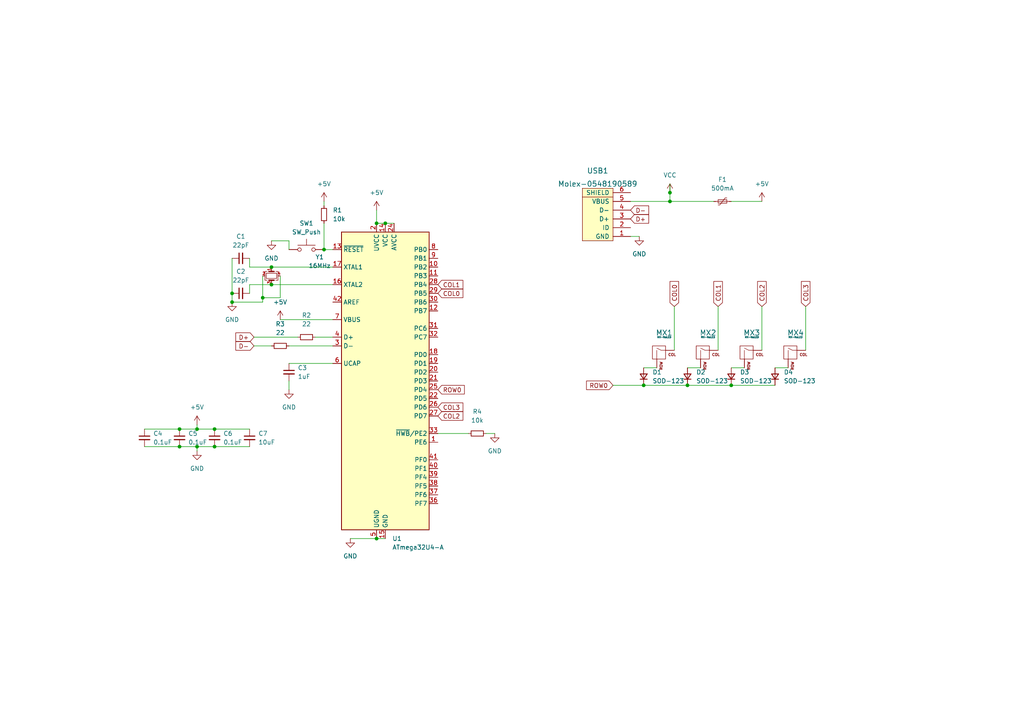
<source format=kicad_sch>
(kicad_sch (version 20211123) (generator eeschema)
  (paper "A4")
  (lib_symbols
    (symbol "Device:C_Small" (pin_numbers hide) (pin_names (offset 0.254) hide)
      (property "Reference" "C" (at 0.254 1.778 0))
      (property "Value" "C_Small" (at 0.254 -2.032 0))
      (symbol "C_Small_0_1"
        (polyline (pts (xy -1.524 -0.508) (xy 1.524 -0.508)) (stroke (width 0.3302)))
        (polyline (pts (xy -1.524 0.508) (xy 1.524 0.508)) (stroke (width 0.3048)))
      )
      (symbol "C_Small_1_1"
        (pin passive line (at 0 2.54 270) (length 2.032) (name "~") (number "1"))
        (pin passive line (at 0 -2.54 90) (length 2.032) (name "~") (number "2"))
      )
    )
    (symbol "Device:Crystal_GND24_Small" (pin_names (offset 1.016) hide)
      (property "Reference" "Y" (at 1.27 4.445 0))
      (property "Value" "Crystal_GND24_Small" (at 1.27 2.54 0))
      (symbol "Crystal_GND24_Small_0_1"
        (rectangle (start -0.762 -1.524) (end 0.762 1.524))
        (polyline (pts (xy -1.27 -0.762) (xy -1.27 0.762)) (stroke (width 0.381)))
        (polyline (pts (xy 1.27 -0.762) (xy 1.27 0.762)) (stroke (width 0.381)))
        (polyline (pts (xy -1.27 -1.27) (xy -1.27 -1.905) (xy 1.27 -1.905) (xy 1.27 -1.27)))
        (polyline (pts (xy -1.27 1.27) (xy -1.27 1.905) (xy 1.27 1.905) (xy 1.27 1.27)))
      )
      (symbol "Crystal_GND24_Small_1_1"
        (pin passive line (at -2.54 0 0) (length 1.27) (name "1") (number "1"))
        (pin passive line (at 0 -2.54 90) (length 0.635) (name "2") (number "2"))
        (pin passive line (at 2.54 0 180) (length 1.27) (name "3") (number "3"))
        (pin passive line (at 0 2.54 270) (length 0.635) (name "4") (number "4"))
      )
    )
    (symbol "Device:D_Small" (pin_numbers hide) (pin_names (offset 0.254) hide)
      (property "Reference" "D" (at -1.27 2.032 0))
      (property "Value" "D_Small" (at -3.81 -2.032 0))
      (symbol "D_Small_0_1"
        (polyline (pts (xy -0.762 -1.016) (xy -0.762 1.016)) (stroke (width 0.254)))
        (polyline (pts (xy -0.762 0) (xy 0.762 0)))
        (polyline (pts (xy 0.762 -1.016) (xy -0.762 0) (xy 0.762 1.016) (xy 0.762 -1.016)) (stroke (width 0.254)))
      )
      (symbol "D_Small_1_1"
        (pin passive line (at -2.54 0 0) (length 1.778) (name "K") (number "1"))
        (pin passive line (at 2.54 0 180) (length 1.778) (name "A") (number "2"))
      )
    )
    (symbol "Device:Polyfuse_Small" (pin_numbers hide) (pin_names (offset 0))
      (property "Reference" "F" (at -1.905 0 90))
      (property "Value" "Polyfuse_Small" (at 1.905 0 90))
      (symbol "Polyfuse_Small_0_1"
        (rectangle (start -0.508 1.27) (end 0.508 -1.27))
        (polyline (pts (xy 0 2.54) (xy 0 -2.54)))
        (polyline (pts (xy -1.016 1.27) (xy -1.016 0.762) (xy 1.016 -0.762) (xy 1.016 -1.27)))
      )
      (symbol "Polyfuse_Small_1_1"
        (pin passive line (at 0 2.54 270) (length 0.635) (name "~") (number "1"))
        (pin passive line (at 0 -2.54 90) (length 0.635) (name "~") (number "2"))
      )
    )
    (symbol "Device:R_Small" (pin_numbers hide) (pin_names (offset 0.254) hide)
      (property "Reference" "R" (at 0.762 0.508 0))
      (property "Value" "R_Small" (at 0.762 -1.016 0))
      (symbol "R_Small_0_1"
        (rectangle (start -0.762 1.778) (end 0.762 -1.778) (stroke (width 0.2032)))
      )
      (symbol "R_Small_1_1"
        (pin passive line (at 0 2.54 270) (length 0.762) (name "~") (number "1"))
        (pin passive line (at 0 -2.54 90) (length 0.762) (name "~") (number "2"))
      )
    )
    (symbol "MCU_Microchip_ATmega:ATmega32U4-A"
      (property "Reference" "U" (at -12.7 44.45 0))
      (property "Value" "ATmega32U4-A" (at 2.54 -44.45 0))
      (symbol "ATmega32U4-A_0_1"
        (rectangle (start -12.7 -43.18) (end 12.7 43.18) (stroke (width 0.254)) (fill (type background)))
      )
      (symbol "ATmega32U4-A_1_1"
        (pin bidirectional line (at 15.24 -17.78 180) (length 2.54) (name "PE6") (number "1"))
        (pin bidirectional line (at 15.24 33.02 180) (length 2.54) (name "PB2") (number "10"))
        (pin bidirectional line (at 15.24 30.48 180) (length 2.54) (name "PB3") (number "11"))
        (pin bidirectional line (at 15.24 20.32 180) (length 2.54) (name "PB7") (number "12"))
        (pin input line (at -15.24 38.1 0) (length 2.54) (name "~{RESET}") (number "13"))
        (pin power_in line (at 0 45.72 270) (length 2.54) (name "VCC") (number "14"))
        (pin power_in line (at 0 -45.72 90) (length 2.54) (name "GND") (number "15"))
        (pin output line (at -15.24 27.94 0) (length 2.54) (name "XTAL2") (number "16"))
        (pin input line (at -15.24 33.02 0) (length 2.54) (name "XTAL1") (number "17"))
        (pin bidirectional line (at 15.24 7.62 180) (length 2.54) (name "PD0") (number "18"))
        (pin bidirectional line (at 15.24 5.08 180) (length 2.54) (name "PD1") (number "19"))
        (pin power_in line (at -2.54 45.72 270) (length 2.54) (name "UVCC") (number "2"))
        (pin bidirectional line (at 15.24 2.54 180) (length 2.54) (name "PD2") (number "20"))
        (pin bidirectional line (at 15.24 0 180) (length 2.54) (name "PD3") (number "21"))
        (pin bidirectional line (at 15.24 -5.08 180) (length 2.54) (name "PD5") (number "22"))
        (pin passive line (at 0 -45.72 90) (length 2.54) hide (name "GND") (number "23"))
        (pin power_in line (at 2.54 45.72 270) (length 2.54) (name "AVCC") (number "24"))
        (pin bidirectional line (at 15.24 -2.54 180) (length 2.54) (name "PD4") (number "25"))
        (pin bidirectional line (at 15.24 -7.62 180) (length 2.54) (name "PD6") (number "26"))
        (pin bidirectional line (at 15.24 -10.16 180) (length 2.54) (name "PD7") (number "27"))
        (pin bidirectional line (at 15.24 27.94 180) (length 2.54) (name "PB4") (number "28"))
        (pin bidirectional line (at 15.24 25.4 180) (length 2.54) (name "PB5") (number "29"))
        (pin bidirectional line (at -15.24 10.16 0) (length 2.54) (name "D-") (number "3"))
        (pin bidirectional line (at 15.24 22.86 180) (length 2.54) (name "PB6") (number "30"))
        (pin bidirectional line (at 15.24 15.24 180) (length 2.54) (name "PC6") (number "31"))
        (pin bidirectional line (at 15.24 12.7 180) (length 2.54) (name "PC7") (number "32"))
        (pin bidirectional line (at 15.24 -15.24 180) (length 2.54) (name "~{HWB}/PE2") (number "33"))
        (pin passive line (at 0 45.72 270) (length 2.54) hide (name "VCC") (number "34"))
        (pin passive line (at 0 -45.72 90) (length 2.54) hide (name "GND") (number "35"))
        (pin bidirectional line (at 15.24 -35.56 180) (length 2.54) (name "PF7") (number "36"))
        (pin bidirectional line (at 15.24 -33.02 180) (length 2.54) (name "PF6") (number "37"))
        (pin bidirectional line (at 15.24 -30.48 180) (length 2.54) (name "PF5") (number "38"))
        (pin bidirectional line (at 15.24 -27.94 180) (length 2.54) (name "PF4") (number "39"))
        (pin bidirectional line (at -15.24 12.7 0) (length 2.54) (name "D+") (number "4"))
        (pin bidirectional line (at 15.24 -25.4 180) (length 2.54) (name "PF1") (number "40"))
        (pin bidirectional line (at 15.24 -22.86 180) (length 2.54) (name "PF0") (number "41"))
        (pin passive line (at -15.24 22.86 0) (length 2.54) (name "AREF") (number "42"))
        (pin passive line (at 0 -45.72 90) (length 2.54) hide (name "GND") (number "43"))
        (pin passive line (at 2.54 45.72 270) (length 2.54) hide (name "AVCC") (number "44"))
        (pin passive line (at -2.54 -45.72 90) (length 2.54) (name "UGND") (number "5"))
        (pin passive line (at -15.24 5.08 0) (length 2.54) (name "UCAP") (number "6"))
        (pin input line (at -15.24 17.78 0) (length 2.54) (name "VBUS") (number "7"))
        (pin bidirectional line (at 15.24 38.1 180) (length 2.54) (name "PB0") (number "8"))
        (pin bidirectional line (at 15.24 35.56 180) (length 2.54) (name "PB1") (number "9"))
      )
    )
    (symbol "MX_Alps_Hybrid:MX-NoLED" (pin_names (offset 1.016))
      (property "Reference" "MX" (at -0.635 3.81 0))
      (property "Value" "MX-NoLED" (at -0.635 1.27 0))
      (symbol "MX-NoLED_0_0"
        (rectangle (start -2.54 2.54) (end 1.27 -1.27))
        (polyline (pts (xy -1.27 -1.27) (xy -1.27 1.27)) (stroke (width 0.127)))
        (polyline (pts (xy 1.27 1.27) (xy 0 1.27) (xy -1.27 1.905)) (stroke (width 0.127)))
        (text "COL" (at 3.175 0 0) (effects (font (size 0.762 0.762))))
        (text "ROW" (at 0 -1.905 900) (effects (font (size 0.762 0.762)) (justify right)))
      )
      (symbol "MX-NoLED_1_1"
        (pin passive line (at 3.81 1.27 180) (length 2.54) (name "COL") (number "1"))
        (pin passive line (at -1.27 -3.81 90) (length 2.54) (name "ROW") (number "2"))
      )
    )
    (symbol "Switch:SW_Push" (pin_numbers hide) (pin_names (offset 1.016) hide)
      (property "Reference" "SW" (at 1.27 2.54 0))
      (property "Value" "SW_Push" (at 0 -1.524 0))
      (symbol "SW_Push_0_1"
        (circle (center -2.032 0) (radius 0.508))
        (polyline (pts (xy 0 1.27) (xy 0 3.048)))
        (polyline (pts (xy 2.54 1.27) (xy -2.54 1.27)))
        (circle (center 2.032 0) (radius 0.508))
        (pin passive line (at -5.08 0 0) (length 2.54) (name "1") (number "1"))
        (pin passive line (at 5.08 0 180) (length 2.54) (name "2") (number "2"))
      )
    )
    (symbol "power:+5V" (power) (pin_names (offset 0))
      (property "Value" "+5V" (at 0 3.556 0))
      (symbol "+5V_0_1"
        (polyline (pts (xy -0.762 1.27) (xy 0 2.54)))
        (polyline (pts (xy 0 0) (xy 0 2.54)))
        (polyline (pts (xy 0 2.54) (xy 0.762 1.27)))
      )
      (symbol "+5V_1_1"
        (pin power_in line (at 0 0 90) (length 0) hide (name "+5V") (number "1"))
      )
    )
    (symbol "power:GND" (power) (pin_names (offset 0))
      (property "Value" "GND" (at 0 -3.81 0))
      (symbol "GND_0_1"
        (polyline (pts (xy 0 0) (xy 0 -1.27) (xy 1.27 -1.27) (xy 0 -2.54) (xy -1.27 -1.27) (xy 0 -1.27)))
      )
      (symbol "GND_1_1"
        (pin power_in line (at 0 0 270) (length 0) hide (name "GND") (number "1"))
      )
    )
    (symbol "power:VCC" (power) (pin_names (offset 0))
      (property "Value" "VCC" (at 0 3.81 0))
      (symbol "VCC_0_1"
        (polyline (pts (xy -0.762 1.27) (xy 0 2.54)))
        (polyline (pts (xy 0 0) (xy 0 2.54)))
        (polyline (pts (xy 0 2.54) (xy 0.762 1.27)))
      )
      (symbol "VCC_1_1"
        (pin power_in line (at 0 0 90) (length 0) hide (name "VCC") (number "1"))
      )
    )
    (symbol "random-keyboard-parts:Molex-0548190589" (pin_names (offset 1.016))
      (property "Reference" "USB" (at 0 7.62 0))
      (property "Value" "Molex-0548190589" (at 0 10.16 0))
      (symbol "Molex-0548190589_0_0"
        (polyline (pts (xy 6.35 -2.54) (xy 6.35 6.35)))
        (rectangle (start 8.89 -2.54) (end -6.35 6.35) (fill (type background)))
      )
      (symbol "Molex-0548190589_1_1"
        (pin input line (at -5.08 -7.62 90) (length 5.08) (name "GND") (number "1"))
        (pin input line (at -2.54 -7.62 90) (length 5.08) (name "ID") (number "2"))
        (pin input line (at 0 -7.62 90) (length 5.08) (name "D+") (number "3"))
        (pin input line (at 2.54 -7.62 90) (length 5.08) (name "D-") (number "4"))
        (pin input line (at 5.08 -7.62 90) (length 5.08) (name "VBUS") (number "5"))
        (pin input line (at 7.62 -7.62 90) (length 5.08) (name "SHIELD") (number "6"))
      )
    )
  )
  (junction (at 212.09 111.76))
  (junction (at 67.31 85.09))
  (junction (at 109.22 156.21))
  (junction (at 109.22 64.77))
  (junction (at 76.2 86.36))
  (junction (at 57.15 129.54))
  (junction (at 67.31 87.63))
  (junction (at 52.07 129.54))
  (junction (at 194.31 58.42))
  (junction (at 186.69 111.76))
  (junction (at 199.39 111.76))
  (junction (at 52.07 124.46))
  (junction (at 78.74 77.47))
  (junction (at 57.15 124.46))
  (junction (at 62.23 124.46))
  (junction (at 111.76 64.77))
  (junction (at 93.98 72.39))
  (junction (at 194.31 55.88))
  (junction (at 78.74 82.55))
  (junction (at 62.23 129.54))
  (wire (pts (xy 57.15 123.19) (xy 57.15 124.46)))
  (wire (pts (xy 212.09 58.42) (xy 220.98 58.42)))
  (wire (pts (xy 194.31 58.42) (xy 207.01 58.42)))
  (wire (pts (xy 62.23 124.46) (xy 72.39 124.46)))
  (wire (pts (xy 194.31 55.88) (xy 194.31 58.42)))
  (wire (pts (xy 212.09 111.76) (xy 224.79 111.76)))
  (wire (pts (xy 233.68 88.9) (xy 233.68 101.6)))
  (wire (pts (xy 109.22 64.77) (xy 111.76 64.77)))
  (wire (pts (xy 212.09 106.68) (xy 215.9 106.68)))
  (wire (pts (xy 41.91 129.54) (xy 52.07 129.54)))
  (wire (pts (xy 93.98 58.42) (xy 93.98 59.69)))
  (wire (pts (xy 186.69 106.68) (xy 190.5 106.68)))
  (wire (pts (xy 78.74 77.47) (xy 96.52 77.47)))
  (wire (pts (xy 67.31 85.09) (xy 67.31 87.63)))
  (wire (pts (xy 195.58 88.9) (xy 195.58 101.6)))
  (wire (pts (xy 52.07 129.54) (xy 57.15 129.54)))
  (wire (pts (xy 208.28 88.9) (xy 208.28 101.6)))
  (wire (pts (xy 199.39 106.68) (xy 203.2 106.68)))
  (wire (pts (xy 76.2 87.63) (xy 67.31 87.63)))
  (wire (pts (xy 177.8 111.76) (xy 186.69 111.76)))
  (wire (pts (xy 182.88 68.58) (xy 185.42 68.58)))
  (wire (pts (xy 83.82 69.85) (xy 83.82 72.39)))
  (wire (pts (xy 91.44 97.79) (xy 96.52 97.79)))
  (wire (pts (xy 62.23 129.54) (xy 72.39 129.54)))
  (wire (pts (xy 72.39 77.47) (xy 78.74 77.47)))
  (wire (pts (xy 83.82 105.41) (xy 96.52 105.41)))
  (wire (pts (xy 83.82 100.33) (xy 96.52 100.33)))
  (wire (pts (xy 67.31 74.93) (xy 67.31 85.09)))
  (wire (pts (xy 72.39 85.09) (xy 72.39 82.55)))
  (wire (pts (xy 182.88 58.42) (xy 194.31 58.42)))
  (wire (pts (xy 73.66 100.33) (xy 78.74 100.33)))
  (wire (pts (xy 57.15 129.54) (xy 62.23 129.54)))
  (wire (pts (xy 81.28 86.36) (xy 81.28 80.01)))
  (wire (pts (xy 83.82 110.49) (xy 83.82 113.03)))
  (wire (pts (xy 81.28 92.71) (xy 96.52 92.71)))
  (wire (pts (xy 111.76 64.77) (xy 114.3 64.77)))
  (wire (pts (xy 76.2 86.36) (xy 76.2 87.63)))
  (wire (pts (xy 41.91 124.46) (xy 52.07 124.46)))
  (wire (pts (xy 194.31 53.34) (xy 194.31 55.88)))
  (wire (pts (xy 93.98 72.39) (xy 96.52 72.39)))
  (wire (pts (xy 220.98 88.9) (xy 220.98 101.6)))
  (wire (pts (xy 109.22 156.21) (xy 111.76 156.21)))
  (wire (pts (xy 72.39 74.93) (xy 72.39 77.47)))
  (wire (pts (xy 186.69 111.76) (xy 199.39 111.76)))
  (wire (pts (xy 78.74 82.55) (xy 96.52 82.55)))
  (wire (pts (xy 224.79 106.68) (xy 228.6 106.68)))
  (wire (pts (xy 127 125.73) (xy 135.89 125.73)))
  (wire (pts (xy 76.2 80.01) (xy 76.2 86.36)))
  (wire (pts (xy 72.39 82.55) (xy 78.74 82.55)))
  (wire (pts (xy 52.07 124.46) (xy 57.15 124.46)))
  (wire (pts (xy 73.66 97.79) (xy 86.36 97.79)))
  (wire (pts (xy 76.2 86.36) (xy 81.28 86.36)))
  (wire (pts (xy 57.15 129.54) (xy 57.15 130.81)))
  (wire (pts (xy 57.15 124.46) (xy 62.23 124.46)))
  (wire (pts (xy 199.39 111.76) (xy 212.09 111.76)))
  (wire (pts (xy 140.97 125.73) (xy 143.51 125.73)))
  (wire (pts (xy 109.22 60.96) (xy 109.22 64.77)))
  (wire (pts (xy 78.74 69.85) (xy 83.82 69.85)))
  (wire (pts (xy 101.6 156.21) (xy 109.22 156.21)))
  (wire (pts (xy 93.98 64.77) (xy 93.98 72.39)))
  (global_label "COL1" (shape input) (at 127 82.55 0) (property "Intersheet References" "${INTERSHEET_REFS}" (effects hide)))
  (global_label "D-" (shape input) (at 73.66 100.33 180) (property "Intersheet References" "${INTERSHEET_REFS}" (effects hide)))
  (global_label "D+" (shape input) (at 182.88 63.5 0) (property "Intersheet References" "${INTERSHEET_REFS}" (effects hide)))
  (global_label "COL1" (shape input) (at 208.28 88.9 90) (property "Intersheet References" "${INTERSHEET_REFS}" (effects hide)))
  (global_label "ROW0" (shape input) (at 177.8 111.76 180) (property "Intersheet References" "${INTERSHEET_REFS}" (effects hide)))
  (global_label "COL3" (shape input) (at 233.68 88.9 90) (property "Intersheet References" "${INTERSHEET_REFS}" (effects hide)))
  (global_label "ROW0" (shape input) (at 127 113.03 0) (property "Intersheet References" "${INTERSHEET_REFS}" (effects hide)))
  (global_label "COL0" (shape input) (at 127 85.09 0) (property "Intersheet References" "${INTERSHEET_REFS}" (effects hide)))
  (global_label "D+" (shape input) (at 73.66 97.79 180) (property "Intersheet References" "${INTERSHEET_REFS}" (effects hide)))
  (global_label "COL2" (shape input) (at 127 120.65 0) (property "Intersheet References" "${INTERSHEET_REFS}" (effects hide)))
  (global_label "COL0" (shape input) (at 195.58 88.9 90) (property "Intersheet References" "${INTERSHEET_REFS}" (effects hide)))
  (global_label "D-" (shape input) (at 182.88 60.96 0) (property "Intersheet References" "${INTERSHEET_REFS}" (effects hide)))
  (global_label "COL3" (shape input) (at 127 118.11 0) (property "Intersheet References" "${INTERSHEET_REFS}" (effects hide)))
  (global_label "COL2" (shape input) (at 220.98 88.9 90) (property "Intersheet References" "${INTERSHEET_REFS}" (effects hide)))
  (symbol (lib_id "power:GND") (at 57.15 130.81 0) (unit 1)
    (property "Reference" "#PWR012" (effects hide))
    (property "Value" "GND" (at 57.15 135.89 0))
  )
  (symbol (lib_id "random-keyboard-parts:Molex-0548190589") (at 175.26 63.5 90) (unit 1)
    (property "Reference" "USB1" (at 173.355 49.53 90) (effects (font (size 1.524 1.524))))
    (property "Value" "Molex-0548190589" (at 173.355 53.34 90) (effects (font (size 1.524 1.524))))
    (property "Footprint" "random-keyboard-parts:Molex-0548190589" (effects hide))
  )
  (symbol (lib_id "Device:D_Small") (at 186.69 109.22 90) (unit 1)
    (property "Reference" "D1" (at 189.23 107.9499 90) (effects (justify right)))
    (property "Value" "SOD-123" (at 189.23 110.4899 90) (effects (justify right)))
    (property "Footprint" "Diode_SMD:D_SOD-123" (effects hide))
  )
  (symbol (lib_id "Device:C_Small") (at 72.39 127 0) (unit 1)
    (property "Reference" "C7" (at 74.93 125.7362 0) (effects (justify left)))
    (property "Value" "10uF" (at 74.93 128.2762 0) (effects (justify left)))
    (property "Footprint" "Capacitor_SMD:C_0805_2012Metric" (effects hide))
  )
  (symbol (lib_id "power:GND") (at 67.31 87.63 0) (unit 1)
    (property "Reference" "#PWR07" (effects hide))
    (property "Value" "GND" (at 67.31 92.71 0))
  )
  (symbol (lib_id "Device:C_Small") (at 83.82 107.95 0) (unit 1)
    (property "Reference" "C3" (at 86.36 106.6862 0) (effects (justify left)))
    (property "Value" "1uF" (at 86.36 109.2262 0) (effects (justify left)))
    (property "Footprint" "Capacitor_SMD:C_0805_2012Metric" (effects hide))
  )
  (symbol (lib_id "MX_Alps_Hybrid:MX-NoLED") (at 229.87 102.87 0) (unit 1)
    (property "Reference" "MX4" (at 230.7556 96.52 0) (effects (font (size 1.524 1.524))))
    (property "Value" "MX-NoLED" (at 230.7556 97.79 0) (effects (font (size 0.508 0.508))))
    (property "Footprint" "MX_Only:MXOnly-1U-NoLED" (effects hide))
  )
  (symbol (lib_id "Device:Polyfuse_Small") (at 209.55 58.42 90) (unit 1)
    (property "Reference" "F1" (at 209.55 52.07 90))
    (property "Value" "500mA" (at 209.55 54.61 90))
    (property "Footprint" "Fuse:Fuse_1206_3216Metric" (effects hide))
  )
  (symbol (lib_id "MCU_Microchip_ATmega:ATmega32U4-A") (at 111.76 110.49 0) (unit 1)
    (property "Reference" "U1" (at 113.7794 156.21 0) (effects (justify left)))
    (property "Value" "ATmega32U4-A" (at 113.7794 158.75 0) (effects (justify left)))
    (property "Footprint" "Package_QFP:TQFP-44_10x10mm_P0.8mm" (effects hide))
    (property "Datasheet" "http://ww1.microchip.com/downloads/en/DeviceDoc/Atmel-7766-8-bit-AVR-ATmega16U4-32U4_Datasheet.pdf" (effects hide))
  )
  (symbol (lib_id "power:GND") (at 83.82 113.03 0) (unit 1)
    (property "Reference" "#PWR09" (effects hide))
    (property "Value" "GND" (at 83.82 118.11 0))
  )
  (symbol (lib_id "power:+5V") (at 109.22 60.96 0) (unit 1)
    (property "Reference" "#PWR04" (effects hide))
    (property "Value" "+5V" (at 109.22 55.88 0))
  )
  (symbol (lib_id "Device:C_Small") (at 69.85 85.09 90) (unit 1)
    (property "Reference" "C2" (at 69.8563 78.74 90))
    (property "Value" "22pF" (at 69.8563 81.28 90))
    (property "Footprint" "Capacitor_SMD:C_0805_2012Metric" (effects hide))
  )
  (symbol (lib_id "Device:D_Small") (at 212.09 109.22 90) (unit 1)
    (property "Reference" "D3" (at 214.63 107.9499 90) (effects (justify right)))
    (property "Value" "SOD-123" (at 214.63 110.4899 90) (effects (justify right)))
    (property "Footprint" "Diode_SMD:D_SOD-123" (effects hide))
  )
  (symbol (lib_id "power:+5V") (at 81.28 92.71 0) (unit 1)
    (property "Reference" "#PWR08" (effects hide))
    (property "Value" "+5V" (at 81.28 87.63 0))
  )
  (symbol (lib_id "Device:R_Small") (at 81.28 100.33 90) (unit 1)
    (property "Reference" "R3" (at 81.28 93.98 90))
    (property "Value" "22" (at 81.28 96.52 90))
    (property "Footprint" "Resistor_SMD:R_0805_2012Metric" (effects hide))
  )
  (symbol (lib_id "power:GND") (at 143.51 125.73 0) (unit 1)
    (property "Reference" "#PWR011" (effects hide))
    (property "Value" "GND" (at 143.51 130.81 0))
  )
  (symbol (lib_id "Device:R_Small") (at 138.43 125.73 90) (unit 1)
    (property "Reference" "R4" (at 138.43 119.38 90))
    (property "Value" "10k" (at 138.43 121.92 90))
    (property "Footprint" "Resistor_SMD:R_0805_2012Metric" (effects hide))
  )
  (symbol (lib_id "power:GND") (at 78.74 69.85 0) (unit 1)
    (property "Reference" "#PWR06" (effects hide))
    (property "Value" "GND" (at 78.74 74.93 0))
  )
  (symbol (lib_id "Device:C_Small") (at 62.23 127 0) (unit 1)
    (property "Reference" "C6" (at 64.77 125.7362 0) (effects (justify left)))
    (property "Value" "0.1uF" (at 64.77 128.2762 0) (effects (justify left)))
    (property "Footprint" "Capacitor_SMD:C_0805_2012Metric" (effects hide))
  )
  (symbol (lib_id "Device:D_Small") (at 199.39 109.22 90) (unit 1)
    (property "Reference" "D2" (at 201.93 107.9499 90) (effects (justify right)))
    (property "Value" "SOD-123" (at 201.93 110.4899 90) (effects (justify right)))
    (property "Footprint" "Diode_SMD:D_SOD-123" (effects hide))
  )
  (symbol (lib_id "Device:C_Small") (at 52.07 127 0) (unit 1)
    (property "Reference" "C5" (at 54.61 125.7362 0) (effects (justify left)))
    (property "Value" "0.1uF" (at 54.61 128.2762 0) (effects (justify left)))
    (property "Footprint" "Capacitor_SMD:C_0805_2012Metric" (effects hide))
  )
  (symbol (lib_id "power:GND") (at 185.42 68.58 0) (unit 1)
    (property "Reference" "#PWR05" (effects hide))
    (property "Value" "GND" (at 185.42 73.66 0))
  )
  (symbol (lib_id "Device:C_Small") (at 41.91 127 0) (unit 1)
    (property "Reference" "C4" (at 44.45 125.7362 0) (effects (justify left)))
    (property "Value" "0.1uF" (at 44.45 128.2762 0) (effects (justify left)))
    (property "Footprint" "Capacitor_SMD:C_0805_2012Metric" (effects hide))
  )
  (symbol (lib_id "power:VCC") (at 194.31 55.88 0) (unit 1)
    (property "Reference" "#PWR01" (effects hide))
    (property "Value" "VCC" (at 194.31 50.8 0))
  )
  (symbol (lib_id "Device:Crystal_GND24_Small") (at 78.74 80.01 270) (unit 1)
    (property "Reference" "Y1" (at 92.71 74.5488 90))
    (property "Value" "16MHz" (at 92.71 77.0888 90))
    (property "Footprint" "Crystal:Crystal_SMD_3225-4Pin_3.2x2.5mm" (effects hide))
  )
  (symbol (lib_id "power:+5V") (at 93.98 58.42 0) (unit 1)
    (property "Reference" "#PWR02" (effects hide))
    (property "Value" "+5V" (at 93.98 53.34 0))
  )
  (symbol (lib_id "MX_Alps_Hybrid:MX-NoLED") (at 217.17 102.87 0) (unit 1)
    (property "Reference" "MX3" (at 218.0556 96.52 0) (effects (font (size 1.524 1.524))))
    (property "Value" "MX-NoLED" (at 218.0556 97.79 0) (effects (font (size 0.508 0.508))))
    (property "Footprint" "MX_Only:MXOnly-1U-NoLED" (effects hide))
  )
  (symbol (lib_id "Device:D_Small") (at 224.79 109.22 90) (unit 1)
    (property "Reference" "D4" (at 227.33 107.9499 90) (effects (justify right)))
    (property "Value" "SOD-123" (at 227.33 110.4899 90) (effects (justify right)))
    (property "Footprint" "Diode_SMD:D_SOD-123" (effects hide))
  )
  (symbol (lib_id "power:+5V") (at 220.98 58.42 0) (unit 1)
    (property "Reference" "#PWR03" (effects hide))
    (property "Value" "+5V" (at 220.98 53.34 0))
  )
  (symbol (lib_id "MX_Alps_Hybrid:MX-NoLED") (at 191.77 102.87 0) (unit 1)
    (property "Reference" "MX1" (at 192.6556 96.52 0) (effects (font (size 1.524 1.524))))
    (property "Value" "MX-NoLED" (at 192.6556 97.79 0) (effects (font (size 0.508 0.508))))
    (property "Footprint" "MX_Only:MXOnly-1U-NoLED" (effects hide))
  )
  (symbol (lib_id "power:+5V") (at 57.15 123.19 0) (unit 1)
    (property "Reference" "#PWR010" (effects hide))
    (property "Value" "+5V" (at 57.15 118.11 0))
  )
  (symbol (lib_id "MX_Alps_Hybrid:MX-NoLED") (at 204.47 102.87 0) (unit 1)
    (property "Reference" "MX2" (at 205.3556 96.52 0) (effects (font (size 1.524 1.524))))
    (property "Value" "MX-NoLED" (at 205.3556 97.79 0) (effects (font (size 0.508 0.508))))
    (property "Footprint" "MX_Only:MXOnly-1U-NoLED" (effects hide))
  )
  (symbol (lib_id "power:GND") (at 101.6 156.21 0) (unit 1)
    (property "Reference" "#PWR013" (effects hide))
    (property "Value" "GND" (at 101.6 161.29 0))
  )
  (symbol (lib_id "Device:R_Small") (at 93.98 62.23 0) (unit 1)
    (property "Reference" "R1" (at 96.52 60.9599 0) (effects (justify left)))
    (property "Value" "10k" (at 96.52 63.4999 0) (effects (justify left)))
    (property "Footprint" "Resistor_SMD:R_0805_2012Metric" (effects hide))
  )
  (symbol (lib_id "Device:C_Small") (at 69.85 74.93 90) (unit 1)
    (property "Reference" "C1" (at 69.8563 68.58 90))
    (property "Value" "22pF" (at 69.8563 71.12 90))
    (property "Footprint" "Capacitor_SMD:C_0805_2012Metric" (effects hide))
  )
  (symbol (lib_id "Device:R_Small") (at 88.9 97.79 90) (unit 1)
    (property "Reference" "R2" (at 88.9 91.44 90))
    (property "Value" "22" (at 88.9 93.98 90))
    (property "Footprint" "Resistor_SMD:R_0805_2012Metric" (effects hide))
  )
  (symbol (lib_id "Switch:SW_Push") (at 88.9 72.39 0) (unit 1)
    (property "Reference" "SW1" (at 88.9 64.77 0))
    (property "Value" "SW_Push" (at 88.9 67.31 0))
    (property "Footprint" "random-keyboard-parts:SKQG-1155865" (effects hide))
  )
)
</source>
